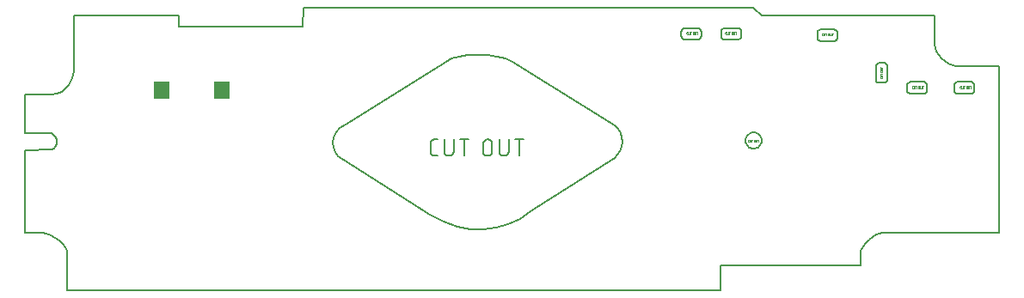
<source format=gbp>
G04 EAGLE Gerber RS-274X export*
G75*
%MOMM*%
%FSLAX34Y34*%
%LPD*%
%INSolder paste bottom*%
%IPPOS*%
%AMOC8*
5,1,8,0,0,1.08239X$1,22.5*%
G01*
%ADD10C,0.152400*%
%ADD11C,0.127000*%
%ADD12C,0.203200*%
%ADD13C,0.000000*%
%ADD14R,1.500000X1.800000*%


D10*
X937546Y229161D02*
X938245Y229175D01*
X979417Y229147D01*
X979417Y64431D01*
X864625Y64431D01*
X862110Y64004D01*
X858911Y62769D01*
X855342Y60789D01*
X851718Y58131D01*
X848352Y54860D01*
X845559Y51042D01*
X843653Y46742D01*
X842947Y42026D01*
X842947Y32137D01*
X705259Y32137D01*
X705259Y8048D01*
X62246Y8048D01*
X62246Y44093D01*
X61661Y47028D01*
X60017Y50299D01*
X57479Y53683D01*
X54211Y56954D01*
X50380Y59889D01*
X46151Y62263D01*
X41688Y63852D01*
X37157Y64431D01*
X20582Y64431D01*
X20582Y146244D01*
X46461Y146444D01*
X48726Y147667D01*
X50340Y149584D01*
X51304Y151962D01*
X51620Y154567D01*
X51292Y157166D01*
X50321Y159525D01*
X48710Y161410D01*
X46461Y162589D01*
X20582Y162627D01*
D11*
X20582Y200900D01*
D10*
X46461Y200900D01*
X51954Y201629D01*
X56614Y203653D01*
X60472Y206724D01*
X63559Y210596D01*
X65906Y215020D01*
X67544Y219752D01*
X68505Y224543D01*
X68818Y229147D01*
X68818Y278772D01*
D12*
X171616Y278772D01*
D10*
X171616Y267473D01*
X294142Y267557D01*
X294805Y286363D01*
X737652Y286663D01*
X745760Y278772D01*
X916056Y278772D01*
X916116Y250125D01*
X916704Y247043D01*
X918137Y243643D01*
X920291Y240151D01*
X923042Y236790D01*
X926267Y233785D01*
X929842Y231363D01*
X933643Y229746D01*
X937546Y229161D01*
X739426Y163325D02*
X737814Y163488D01*
X739426Y163325D02*
X740928Y162859D01*
X742287Y162122D01*
X743471Y161145D01*
X744448Y159961D01*
X745185Y158602D01*
X745651Y157100D01*
X745814Y155488D01*
X745651Y153876D01*
X745185Y152374D01*
X744448Y151015D01*
X743471Y149831D01*
X742287Y148854D01*
X740928Y148117D01*
X739426Y147651D01*
X737814Y147488D01*
X736202Y147651D01*
X734700Y148117D01*
X733341Y148854D01*
X732157Y149831D01*
X731180Y151015D01*
X730443Y152374D01*
X729977Y153876D01*
X729814Y155488D01*
X729977Y157100D01*
X730443Y158602D01*
X731180Y159961D01*
X732157Y161145D01*
X733341Y162122D01*
X734700Y162859D01*
X736202Y163325D01*
X737814Y163488D01*
X858183Y215721D02*
X858183Y228616D01*
X858251Y229284D01*
X858445Y229906D01*
X858752Y230471D01*
X859159Y230963D01*
X859651Y231370D01*
X860216Y231677D01*
X860838Y231871D01*
X861506Y231939D01*
X866291Y231939D01*
X866959Y231871D01*
X867582Y231677D01*
X868146Y231370D01*
X868639Y230963D01*
X869046Y230471D01*
X869353Y229906D01*
X869547Y229284D01*
X869615Y228616D01*
X869615Y215721D01*
X869547Y215054D01*
X869353Y214431D01*
X869046Y213867D01*
X868639Y213375D01*
X868146Y212968D01*
X867582Y212661D01*
X866959Y212467D01*
X866291Y212399D01*
X861506Y212399D01*
X860838Y212467D01*
X860216Y212661D01*
X859651Y212968D01*
X859159Y213375D01*
X858752Y213867D01*
X858445Y214431D01*
X858251Y215054D01*
X858183Y215721D01*
X892465Y213299D02*
X905359Y213299D01*
X906027Y213231D01*
X906649Y213037D01*
X907214Y212729D01*
X907706Y212323D01*
X908113Y211830D01*
X908420Y211266D01*
X908614Y210643D01*
X908682Y209976D01*
X908682Y205190D01*
X908614Y204522D01*
X908420Y203899D01*
X908113Y203335D01*
X907706Y202842D01*
X907214Y202435D01*
X906649Y202128D01*
X906027Y201934D01*
X905359Y201866D01*
X892465Y201866D01*
X891797Y201934D01*
X891175Y202128D01*
X890610Y202435D01*
X890118Y202842D01*
X889711Y203335D01*
X889404Y203899D01*
X889210Y204522D01*
X889142Y205190D01*
X889142Y209976D01*
X889210Y210643D01*
X889404Y211266D01*
X889711Y211830D01*
X890118Y212323D01*
X890610Y212729D01*
X891175Y213037D01*
X891797Y213231D01*
X892465Y213299D01*
X939007Y213299D02*
X951902Y213299D01*
X952569Y213231D01*
X953192Y213037D01*
X953756Y212729D01*
X954248Y212323D01*
X954655Y211830D01*
X954962Y211266D01*
X955156Y210643D01*
X955224Y209976D01*
X955224Y205190D01*
X955156Y204522D01*
X954962Y203899D01*
X954655Y203335D01*
X954248Y202842D01*
X953756Y202435D01*
X953192Y202128D01*
X952569Y201934D01*
X951902Y201866D01*
X939007Y201866D01*
X938339Y201934D01*
X937717Y202128D01*
X937152Y202435D01*
X936660Y202842D01*
X936253Y203335D01*
X935946Y203899D01*
X935752Y204522D01*
X935684Y205190D01*
X935684Y209976D01*
X935752Y210643D01*
X935946Y211266D01*
X936253Y211830D01*
X936660Y212323D01*
X937152Y212729D01*
X937717Y213037D01*
X938339Y213231D01*
X939007Y213299D01*
X817045Y265110D02*
X804150Y265110D01*
X817045Y265110D02*
X817713Y265042D01*
X818335Y264848D01*
X818900Y264541D01*
X819392Y264134D01*
X819799Y263642D01*
X820106Y263077D01*
X820300Y262455D01*
X820368Y261787D01*
X820368Y257001D01*
X820300Y256333D01*
X820106Y255711D01*
X819799Y255146D01*
X819392Y254654D01*
X818900Y254247D01*
X818335Y253940D01*
X817713Y253746D01*
X817045Y253678D01*
X804150Y253678D01*
X803483Y253746D01*
X802860Y253940D01*
X802296Y254247D01*
X801804Y254654D01*
X801397Y255146D01*
X801090Y255711D01*
X800896Y256333D01*
X800828Y257001D01*
X800828Y261787D01*
X800896Y262455D01*
X801090Y263077D01*
X801397Y263642D01*
X801804Y264134D01*
X802296Y264541D01*
X802860Y264848D01*
X803483Y265042D01*
X804150Y265110D01*
X722181Y266419D02*
X709286Y266419D01*
X722181Y266419D02*
X722849Y266351D01*
X723471Y266157D01*
X724036Y265850D01*
X724528Y265443D01*
X724935Y264951D01*
X725242Y264386D01*
X725436Y263764D01*
X725504Y263096D01*
X725504Y258310D01*
X725436Y257642D01*
X725242Y257019D01*
X724935Y256455D01*
X724528Y255962D01*
X724036Y255555D01*
X723471Y255248D01*
X722849Y255054D01*
X722181Y254986D01*
X709286Y254986D01*
X708619Y255054D01*
X707996Y255248D01*
X707432Y255555D01*
X706940Y255962D01*
X706533Y256455D01*
X706226Y257019D01*
X706032Y257642D01*
X705964Y258310D01*
X705964Y263096D01*
X706032Y263764D01*
X706226Y264386D01*
X706533Y264951D01*
X706940Y265443D01*
X707432Y265850D01*
X707996Y266157D01*
X708619Y266351D01*
X709286Y266419D01*
X682994Y266419D02*
X670100Y266419D01*
X682994Y266419D02*
X683662Y266351D01*
X684284Y266157D01*
X684849Y265850D01*
X685341Y265443D01*
X685748Y264951D01*
X686055Y264386D01*
X686249Y263764D01*
X686317Y263096D01*
X686317Y258310D01*
X686249Y257642D01*
X686055Y257019D01*
X685748Y256455D01*
X685341Y255962D01*
X684849Y255555D01*
X684284Y255248D01*
X683662Y255054D01*
X682994Y254986D01*
X670100Y254986D01*
X669432Y255054D01*
X668810Y255248D01*
X668245Y255555D01*
X667753Y255962D01*
X667346Y256455D01*
X667039Y257019D01*
X666845Y257642D01*
X666777Y258310D01*
X666777Y263096D01*
X666845Y263764D01*
X667039Y264386D01*
X667346Y264951D01*
X667753Y265443D01*
X668245Y265850D01*
X668810Y266157D01*
X669432Y266351D01*
X670100Y266419D01*
X435544Y233391D02*
X335808Y171521D01*
X435544Y233391D02*
X440692Y236252D01*
X447999Y238356D01*
X456803Y239672D01*
X466443Y240170D01*
X476258Y239821D01*
X485585Y238595D01*
X493764Y236462D01*
X500134Y233391D01*
X601057Y170338D01*
X604673Y167047D01*
X607025Y163106D01*
X608233Y158739D01*
X608412Y154167D01*
X607682Y149615D01*
X606161Y145305D01*
X603965Y141461D01*
X601213Y138305D01*
X518393Y85697D01*
X507700Y78565D01*
X496313Y73177D01*
X484336Y69624D01*
X471875Y67994D01*
X459033Y68377D01*
X445916Y70863D01*
X432628Y75541D01*
X419273Y82501D01*
X332812Y137350D01*
X328912Y140354D01*
X326047Y144216D01*
X324309Y148687D01*
X323793Y153521D01*
X324592Y158468D01*
X326798Y163283D01*
X330506Y167716D01*
X335808Y171521D01*
X736253Y163334D02*
X737814Y163488D01*
X736253Y163334D02*
X734753Y162879D01*
X733369Y162140D01*
X732157Y161145D01*
X731162Y159933D01*
X730423Y158550D01*
X729968Y157049D01*
X729814Y155488D01*
X729968Y153927D01*
X730423Y152427D01*
X731162Y151043D01*
X732157Y149831D01*
X733369Y148836D01*
X734753Y148097D01*
X736253Y147642D01*
X737814Y147488D01*
X739375Y147642D01*
X740876Y148097D01*
X742259Y148836D01*
X743471Y149831D01*
X744466Y151043D01*
X745205Y152427D01*
X745660Y153927D01*
X745814Y155488D01*
X745660Y157049D01*
X745205Y158550D01*
X744466Y159933D01*
X743471Y161145D01*
X742259Y162140D01*
X740876Y162879D01*
X739375Y163334D01*
X737814Y163488D01*
X427087Y140462D02*
X423474Y140462D01*
X423356Y140464D01*
X423238Y140470D01*
X423120Y140479D01*
X423003Y140493D01*
X422886Y140510D01*
X422769Y140531D01*
X422654Y140556D01*
X422539Y140585D01*
X422425Y140618D01*
X422313Y140654D01*
X422202Y140694D01*
X422092Y140737D01*
X421983Y140784D01*
X421876Y140834D01*
X421771Y140889D01*
X421668Y140946D01*
X421567Y141007D01*
X421467Y141071D01*
X421370Y141138D01*
X421275Y141208D01*
X421183Y141282D01*
X421092Y141358D01*
X421005Y141438D01*
X420920Y141520D01*
X420838Y141605D01*
X420758Y141692D01*
X420682Y141783D01*
X420608Y141875D01*
X420538Y141970D01*
X420471Y142067D01*
X420407Y142167D01*
X420346Y142268D01*
X420289Y142371D01*
X420234Y142476D01*
X420184Y142583D01*
X420137Y142692D01*
X420094Y142802D01*
X420054Y142913D01*
X420018Y143025D01*
X419985Y143139D01*
X419956Y143254D01*
X419931Y143369D01*
X419910Y143486D01*
X419893Y143603D01*
X419879Y143720D01*
X419870Y143838D01*
X419864Y143956D01*
X419862Y144074D01*
X419862Y153106D01*
X419864Y153224D01*
X419870Y153342D01*
X419879Y153460D01*
X419893Y153577D01*
X419910Y153694D01*
X419931Y153811D01*
X419956Y153926D01*
X419985Y154041D01*
X420018Y154155D01*
X420054Y154267D01*
X420094Y154378D01*
X420137Y154488D01*
X420184Y154597D01*
X420234Y154704D01*
X420288Y154809D01*
X420346Y154912D01*
X420407Y155013D01*
X420471Y155113D01*
X420538Y155210D01*
X420608Y155305D01*
X420682Y155397D01*
X420758Y155488D01*
X420838Y155575D01*
X420920Y155660D01*
X421005Y155742D01*
X421092Y155822D01*
X421183Y155898D01*
X421275Y155972D01*
X421370Y156042D01*
X421467Y156109D01*
X421567Y156173D01*
X421668Y156234D01*
X421771Y156291D01*
X421876Y156345D01*
X421983Y156396D01*
X422092Y156443D01*
X422202Y156486D01*
X422313Y156526D01*
X422425Y156562D01*
X422539Y156595D01*
X422654Y156624D01*
X422769Y156649D01*
X422886Y156670D01*
X423003Y156687D01*
X423120Y156701D01*
X423238Y156710D01*
X423356Y156716D01*
X423474Y156718D01*
X427087Y156718D01*
X433449Y156718D02*
X433449Y144978D01*
X433448Y144978D02*
X433450Y144845D01*
X433456Y144713D01*
X433466Y144581D01*
X433479Y144449D01*
X433497Y144317D01*
X433518Y144187D01*
X433543Y144056D01*
X433572Y143927D01*
X433605Y143799D01*
X433641Y143671D01*
X433681Y143545D01*
X433725Y143420D01*
X433773Y143296D01*
X433824Y143174D01*
X433879Y143053D01*
X433937Y142934D01*
X433999Y142816D01*
X434064Y142701D01*
X434133Y142587D01*
X434204Y142476D01*
X434280Y142367D01*
X434358Y142260D01*
X434439Y142155D01*
X434524Y142053D01*
X434611Y141953D01*
X434701Y141856D01*
X434794Y141761D01*
X434890Y141670D01*
X434988Y141581D01*
X435089Y141495D01*
X435193Y141412D01*
X435299Y141332D01*
X435407Y141256D01*
X435517Y141182D01*
X435630Y141112D01*
X435744Y141045D01*
X435861Y140982D01*
X435979Y140922D01*
X436099Y140865D01*
X436221Y140812D01*
X436344Y140763D01*
X436468Y140717D01*
X436594Y140675D01*
X436721Y140637D01*
X436849Y140602D01*
X436978Y140571D01*
X437107Y140544D01*
X437238Y140521D01*
X437369Y140501D01*
X437501Y140486D01*
X437633Y140474D01*
X437765Y140466D01*
X437898Y140462D01*
X438030Y140462D01*
X438163Y140466D01*
X438295Y140474D01*
X438427Y140486D01*
X438559Y140501D01*
X438690Y140521D01*
X438821Y140544D01*
X438950Y140571D01*
X439079Y140602D01*
X439207Y140637D01*
X439334Y140675D01*
X439460Y140717D01*
X439584Y140763D01*
X439707Y140812D01*
X439829Y140865D01*
X439949Y140922D01*
X440067Y140982D01*
X440184Y141045D01*
X440298Y141112D01*
X440411Y141182D01*
X440521Y141256D01*
X440629Y141332D01*
X440735Y141412D01*
X440839Y141495D01*
X440940Y141581D01*
X441038Y141670D01*
X441134Y141761D01*
X441227Y141856D01*
X441317Y141953D01*
X441404Y142053D01*
X441489Y142155D01*
X441570Y142260D01*
X441648Y142367D01*
X441724Y142476D01*
X441795Y142587D01*
X441864Y142701D01*
X441929Y142816D01*
X441991Y142934D01*
X442049Y143053D01*
X442104Y143174D01*
X442155Y143296D01*
X442203Y143420D01*
X442247Y143545D01*
X442287Y143671D01*
X442323Y143799D01*
X442356Y143927D01*
X442385Y144056D01*
X442410Y144187D01*
X442431Y144317D01*
X442449Y144449D01*
X442462Y144581D01*
X442472Y144713D01*
X442478Y144845D01*
X442480Y144978D01*
X442480Y156718D01*
X453074Y156718D02*
X453074Y140462D01*
X448559Y156718D02*
X457590Y156718D01*
X471485Y152202D02*
X471485Y144978D01*
X471484Y152202D02*
X471486Y152335D01*
X471492Y152467D01*
X471502Y152599D01*
X471515Y152731D01*
X471533Y152863D01*
X471554Y152993D01*
X471579Y153124D01*
X471608Y153253D01*
X471641Y153381D01*
X471677Y153509D01*
X471717Y153635D01*
X471761Y153760D01*
X471809Y153884D01*
X471860Y154006D01*
X471915Y154127D01*
X471973Y154246D01*
X472035Y154364D01*
X472100Y154479D01*
X472169Y154593D01*
X472240Y154704D01*
X472316Y154813D01*
X472394Y154920D01*
X472475Y155025D01*
X472560Y155127D01*
X472647Y155227D01*
X472737Y155324D01*
X472830Y155419D01*
X472926Y155510D01*
X473024Y155599D01*
X473125Y155685D01*
X473229Y155768D01*
X473335Y155848D01*
X473443Y155924D01*
X473553Y155998D01*
X473666Y156068D01*
X473780Y156135D01*
X473897Y156198D01*
X474015Y156258D01*
X474135Y156315D01*
X474257Y156368D01*
X474380Y156417D01*
X474504Y156463D01*
X474630Y156505D01*
X474757Y156543D01*
X474885Y156578D01*
X475014Y156609D01*
X475143Y156636D01*
X475274Y156659D01*
X475405Y156679D01*
X475537Y156694D01*
X475669Y156706D01*
X475801Y156714D01*
X475934Y156718D01*
X476066Y156718D01*
X476199Y156714D01*
X476331Y156706D01*
X476463Y156694D01*
X476595Y156679D01*
X476726Y156659D01*
X476857Y156636D01*
X476986Y156609D01*
X477115Y156578D01*
X477243Y156543D01*
X477370Y156505D01*
X477496Y156463D01*
X477620Y156417D01*
X477743Y156368D01*
X477865Y156315D01*
X477985Y156258D01*
X478103Y156198D01*
X478220Y156135D01*
X478334Y156068D01*
X478447Y155998D01*
X478557Y155924D01*
X478665Y155848D01*
X478771Y155768D01*
X478875Y155685D01*
X478976Y155599D01*
X479074Y155510D01*
X479170Y155419D01*
X479263Y155324D01*
X479353Y155227D01*
X479440Y155127D01*
X479525Y155025D01*
X479606Y154920D01*
X479684Y154813D01*
X479760Y154704D01*
X479831Y154593D01*
X479900Y154479D01*
X479965Y154364D01*
X480027Y154246D01*
X480085Y154127D01*
X480140Y154006D01*
X480191Y153884D01*
X480239Y153760D01*
X480283Y153635D01*
X480323Y153509D01*
X480359Y153381D01*
X480392Y153253D01*
X480421Y153124D01*
X480446Y152993D01*
X480467Y152863D01*
X480485Y152731D01*
X480498Y152599D01*
X480508Y152467D01*
X480514Y152335D01*
X480516Y152202D01*
X480516Y144978D01*
X480514Y144845D01*
X480508Y144713D01*
X480498Y144581D01*
X480485Y144449D01*
X480467Y144317D01*
X480446Y144187D01*
X480421Y144056D01*
X480392Y143927D01*
X480359Y143799D01*
X480323Y143671D01*
X480283Y143545D01*
X480239Y143420D01*
X480191Y143296D01*
X480140Y143174D01*
X480085Y143053D01*
X480027Y142934D01*
X479965Y142816D01*
X479900Y142701D01*
X479831Y142587D01*
X479760Y142476D01*
X479684Y142367D01*
X479606Y142260D01*
X479525Y142155D01*
X479440Y142053D01*
X479353Y141953D01*
X479263Y141856D01*
X479170Y141761D01*
X479074Y141670D01*
X478976Y141581D01*
X478875Y141495D01*
X478771Y141412D01*
X478665Y141332D01*
X478557Y141256D01*
X478447Y141182D01*
X478334Y141112D01*
X478220Y141045D01*
X478103Y140982D01*
X477985Y140922D01*
X477865Y140865D01*
X477743Y140812D01*
X477620Y140763D01*
X477496Y140717D01*
X477370Y140675D01*
X477243Y140637D01*
X477115Y140602D01*
X476986Y140571D01*
X476857Y140544D01*
X476726Y140521D01*
X476595Y140501D01*
X476463Y140486D01*
X476331Y140474D01*
X476199Y140466D01*
X476066Y140462D01*
X475934Y140462D01*
X475801Y140466D01*
X475669Y140474D01*
X475537Y140486D01*
X475405Y140501D01*
X475274Y140521D01*
X475143Y140544D01*
X475014Y140571D01*
X474885Y140602D01*
X474757Y140637D01*
X474630Y140675D01*
X474504Y140717D01*
X474380Y140763D01*
X474257Y140812D01*
X474135Y140865D01*
X474015Y140922D01*
X473897Y140982D01*
X473780Y141045D01*
X473666Y141112D01*
X473553Y141182D01*
X473443Y141256D01*
X473335Y141332D01*
X473229Y141412D01*
X473125Y141495D01*
X473024Y141581D01*
X472926Y141670D01*
X472830Y141761D01*
X472737Y141856D01*
X472647Y141953D01*
X472560Y142053D01*
X472475Y142155D01*
X472394Y142260D01*
X472316Y142367D01*
X472240Y142476D01*
X472169Y142587D01*
X472100Y142701D01*
X472035Y142816D01*
X471973Y142934D01*
X471915Y143053D01*
X471860Y143174D01*
X471809Y143296D01*
X471761Y143420D01*
X471717Y143545D01*
X471677Y143671D01*
X471641Y143799D01*
X471608Y143927D01*
X471579Y144056D01*
X471554Y144187D01*
X471533Y144317D01*
X471515Y144449D01*
X471502Y144581D01*
X471492Y144713D01*
X471486Y144845D01*
X471484Y144978D01*
X487637Y144978D02*
X487637Y156718D01*
X487636Y144978D02*
X487638Y144845D01*
X487644Y144713D01*
X487654Y144581D01*
X487667Y144449D01*
X487685Y144317D01*
X487706Y144187D01*
X487731Y144056D01*
X487760Y143927D01*
X487793Y143799D01*
X487829Y143671D01*
X487869Y143545D01*
X487913Y143420D01*
X487961Y143296D01*
X488012Y143174D01*
X488067Y143053D01*
X488125Y142934D01*
X488187Y142816D01*
X488252Y142701D01*
X488321Y142587D01*
X488392Y142476D01*
X488468Y142367D01*
X488546Y142260D01*
X488627Y142155D01*
X488712Y142053D01*
X488799Y141953D01*
X488889Y141856D01*
X488982Y141761D01*
X489078Y141670D01*
X489176Y141581D01*
X489277Y141495D01*
X489381Y141412D01*
X489487Y141332D01*
X489595Y141256D01*
X489705Y141182D01*
X489818Y141112D01*
X489932Y141045D01*
X490049Y140982D01*
X490167Y140922D01*
X490287Y140865D01*
X490409Y140812D01*
X490532Y140763D01*
X490656Y140717D01*
X490782Y140675D01*
X490909Y140637D01*
X491037Y140602D01*
X491166Y140571D01*
X491295Y140544D01*
X491426Y140521D01*
X491557Y140501D01*
X491689Y140486D01*
X491821Y140474D01*
X491953Y140466D01*
X492086Y140462D01*
X492218Y140462D01*
X492351Y140466D01*
X492483Y140474D01*
X492615Y140486D01*
X492747Y140501D01*
X492878Y140521D01*
X493009Y140544D01*
X493138Y140571D01*
X493267Y140602D01*
X493395Y140637D01*
X493522Y140675D01*
X493648Y140717D01*
X493772Y140763D01*
X493895Y140812D01*
X494017Y140865D01*
X494137Y140922D01*
X494255Y140982D01*
X494372Y141045D01*
X494486Y141112D01*
X494599Y141182D01*
X494709Y141256D01*
X494817Y141332D01*
X494923Y141412D01*
X495027Y141495D01*
X495128Y141581D01*
X495226Y141670D01*
X495322Y141761D01*
X495415Y141856D01*
X495505Y141953D01*
X495592Y142053D01*
X495677Y142155D01*
X495758Y142260D01*
X495836Y142367D01*
X495912Y142476D01*
X495983Y142587D01*
X496052Y142701D01*
X496117Y142816D01*
X496179Y142934D01*
X496237Y143053D01*
X496292Y143174D01*
X496343Y143296D01*
X496391Y143420D01*
X496435Y143545D01*
X496475Y143671D01*
X496511Y143799D01*
X496544Y143927D01*
X496573Y144056D01*
X496598Y144187D01*
X496619Y144317D01*
X496637Y144449D01*
X496650Y144581D01*
X496660Y144713D01*
X496666Y144845D01*
X496668Y144978D01*
X496668Y156718D01*
X507263Y156718D02*
X507263Y140462D01*
X502747Y156718D02*
X511778Y156718D01*
D13*
X894532Y207010D02*
X894983Y207010D01*
X894532Y207010D02*
X894490Y207012D01*
X894449Y207018D01*
X894408Y207027D01*
X894369Y207041D01*
X894331Y207057D01*
X894294Y207078D01*
X894260Y207101D01*
X894227Y207128D01*
X894198Y207157D01*
X894171Y207190D01*
X894148Y207224D01*
X894127Y207261D01*
X894111Y207299D01*
X894097Y207338D01*
X894088Y207379D01*
X894082Y207420D01*
X894080Y207462D01*
X894080Y208590D01*
X894082Y208632D01*
X894088Y208673D01*
X894097Y208714D01*
X894111Y208753D01*
X894127Y208791D01*
X894148Y208828D01*
X894171Y208862D01*
X894198Y208894D01*
X894227Y208924D01*
X894260Y208951D01*
X894294Y208974D01*
X894331Y208995D01*
X894369Y209011D01*
X894408Y209025D01*
X894449Y209034D01*
X894490Y209040D01*
X894532Y209042D01*
X894983Y209042D01*
X895668Y209042D02*
X895668Y207574D01*
X895670Y207527D01*
X895676Y207481D01*
X895685Y207436D01*
X895699Y207391D01*
X895716Y207347D01*
X895736Y207306D01*
X895760Y207266D01*
X895787Y207228D01*
X895817Y207192D01*
X895850Y207159D01*
X895886Y207129D01*
X895924Y207102D01*
X895964Y207078D01*
X896005Y207058D01*
X896049Y207041D01*
X896094Y207027D01*
X896139Y207018D01*
X896185Y207012D01*
X896232Y207010D01*
X896279Y207012D01*
X896325Y207018D01*
X896370Y207027D01*
X896415Y207041D01*
X896459Y207058D01*
X896500Y207078D01*
X896540Y207102D01*
X896578Y207129D01*
X896614Y207159D01*
X896647Y207192D01*
X896677Y207228D01*
X896704Y207266D01*
X896728Y207306D01*
X896748Y207347D01*
X896765Y207391D01*
X896779Y207436D01*
X896788Y207481D01*
X896794Y207527D01*
X896796Y207574D01*
X896796Y209042D01*
X898000Y209042D02*
X898000Y207010D01*
X898564Y209042D02*
X897435Y209042D01*
X900118Y208478D02*
X900118Y207574D01*
X900118Y208478D02*
X900120Y208525D01*
X900126Y208571D01*
X900135Y208616D01*
X900149Y208661D01*
X900166Y208705D01*
X900186Y208746D01*
X900210Y208786D01*
X900237Y208824D01*
X900267Y208860D01*
X900300Y208893D01*
X900336Y208923D01*
X900374Y208950D01*
X900414Y208974D01*
X900455Y208994D01*
X900499Y209011D01*
X900544Y209025D01*
X900589Y209034D01*
X900635Y209040D01*
X900682Y209042D01*
X900729Y209040D01*
X900775Y209034D01*
X900820Y209025D01*
X900865Y209011D01*
X900909Y208994D01*
X900950Y208974D01*
X900990Y208950D01*
X901028Y208923D01*
X901064Y208893D01*
X901097Y208860D01*
X901127Y208824D01*
X901154Y208786D01*
X901178Y208746D01*
X901198Y208705D01*
X901215Y208661D01*
X901229Y208616D01*
X901238Y208571D01*
X901244Y208525D01*
X901246Y208478D01*
X901246Y207574D01*
X901244Y207527D01*
X901238Y207481D01*
X901229Y207436D01*
X901215Y207391D01*
X901198Y207347D01*
X901178Y207306D01*
X901154Y207266D01*
X901127Y207228D01*
X901097Y207192D01*
X901064Y207159D01*
X901028Y207129D01*
X900990Y207102D01*
X900950Y207078D01*
X900909Y207058D01*
X900865Y207041D01*
X900820Y207027D01*
X900775Y207018D01*
X900729Y207012D01*
X900682Y207010D01*
X900635Y207012D01*
X900589Y207018D01*
X900544Y207027D01*
X900499Y207041D01*
X900455Y207058D01*
X900414Y207078D01*
X900374Y207102D01*
X900336Y207129D01*
X900300Y207159D01*
X900267Y207192D01*
X900237Y207228D01*
X900210Y207266D01*
X900186Y207306D01*
X900166Y207347D01*
X900149Y207391D01*
X900135Y207436D01*
X900126Y207481D01*
X900120Y207527D01*
X900118Y207574D01*
X902007Y207574D02*
X902007Y209042D01*
X902008Y207574D02*
X902010Y207527D01*
X902016Y207481D01*
X902025Y207436D01*
X902039Y207391D01*
X902056Y207347D01*
X902076Y207306D01*
X902100Y207266D01*
X902127Y207228D01*
X902157Y207192D01*
X902190Y207159D01*
X902226Y207129D01*
X902264Y207102D01*
X902304Y207078D01*
X902345Y207058D01*
X902389Y207041D01*
X902434Y207027D01*
X902479Y207018D01*
X902525Y207012D01*
X902572Y207010D01*
X902619Y207012D01*
X902665Y207018D01*
X902710Y207027D01*
X902755Y207041D01*
X902799Y207058D01*
X902840Y207078D01*
X902880Y207102D01*
X902918Y207129D01*
X902954Y207159D01*
X902987Y207192D01*
X903017Y207228D01*
X903044Y207266D01*
X903068Y207306D01*
X903088Y207347D01*
X903105Y207391D01*
X903119Y207436D01*
X903128Y207481D01*
X903134Y207527D01*
X903136Y207574D01*
X903136Y209042D01*
X904340Y209042D02*
X904340Y207010D01*
X904904Y209042D02*
X903775Y209042D01*
X941522Y207010D02*
X941973Y207010D01*
X941522Y207010D02*
X941480Y207012D01*
X941439Y207018D01*
X941398Y207027D01*
X941359Y207041D01*
X941321Y207057D01*
X941284Y207078D01*
X941250Y207101D01*
X941217Y207128D01*
X941188Y207157D01*
X941161Y207190D01*
X941138Y207224D01*
X941117Y207261D01*
X941101Y207299D01*
X941087Y207338D01*
X941078Y207379D01*
X941072Y207420D01*
X941070Y207462D01*
X941070Y208590D01*
X941072Y208632D01*
X941078Y208673D01*
X941087Y208714D01*
X941101Y208753D01*
X941117Y208791D01*
X941138Y208828D01*
X941161Y208862D01*
X941188Y208894D01*
X941217Y208924D01*
X941250Y208951D01*
X941284Y208974D01*
X941321Y208995D01*
X941359Y209011D01*
X941398Y209025D01*
X941439Y209034D01*
X941480Y209040D01*
X941522Y209042D01*
X941973Y209042D01*
X942658Y209042D02*
X942658Y207574D01*
X942660Y207527D01*
X942666Y207481D01*
X942675Y207436D01*
X942689Y207391D01*
X942706Y207347D01*
X942726Y207306D01*
X942750Y207266D01*
X942777Y207228D01*
X942807Y207192D01*
X942840Y207159D01*
X942876Y207129D01*
X942914Y207102D01*
X942954Y207078D01*
X942995Y207058D01*
X943039Y207041D01*
X943084Y207027D01*
X943129Y207018D01*
X943175Y207012D01*
X943222Y207010D01*
X943269Y207012D01*
X943315Y207018D01*
X943360Y207027D01*
X943405Y207041D01*
X943449Y207058D01*
X943490Y207078D01*
X943530Y207102D01*
X943568Y207129D01*
X943604Y207159D01*
X943637Y207192D01*
X943667Y207228D01*
X943694Y207266D01*
X943718Y207306D01*
X943738Y207347D01*
X943755Y207391D01*
X943769Y207436D01*
X943778Y207481D01*
X943784Y207527D01*
X943786Y207574D01*
X943786Y209042D01*
X944990Y209042D02*
X944990Y207010D01*
X945554Y209042D02*
X944425Y209042D01*
X947108Y208478D02*
X947108Y207574D01*
X947108Y208478D02*
X947110Y208525D01*
X947116Y208571D01*
X947125Y208616D01*
X947139Y208661D01*
X947156Y208705D01*
X947176Y208746D01*
X947200Y208786D01*
X947227Y208824D01*
X947257Y208860D01*
X947290Y208893D01*
X947326Y208923D01*
X947364Y208950D01*
X947404Y208974D01*
X947445Y208994D01*
X947489Y209011D01*
X947534Y209025D01*
X947579Y209034D01*
X947625Y209040D01*
X947672Y209042D01*
X947719Y209040D01*
X947765Y209034D01*
X947810Y209025D01*
X947855Y209011D01*
X947899Y208994D01*
X947940Y208974D01*
X947980Y208950D01*
X948018Y208923D01*
X948054Y208893D01*
X948087Y208860D01*
X948117Y208824D01*
X948144Y208786D01*
X948168Y208746D01*
X948188Y208705D01*
X948205Y208661D01*
X948219Y208616D01*
X948228Y208571D01*
X948234Y208525D01*
X948236Y208478D01*
X948236Y207574D01*
X948234Y207527D01*
X948228Y207481D01*
X948219Y207436D01*
X948205Y207391D01*
X948188Y207347D01*
X948168Y207306D01*
X948144Y207266D01*
X948117Y207228D01*
X948087Y207192D01*
X948054Y207159D01*
X948018Y207129D01*
X947980Y207102D01*
X947940Y207078D01*
X947899Y207058D01*
X947855Y207041D01*
X947810Y207027D01*
X947765Y207018D01*
X947719Y207012D01*
X947672Y207010D01*
X947625Y207012D01*
X947579Y207018D01*
X947534Y207027D01*
X947489Y207041D01*
X947445Y207058D01*
X947404Y207078D01*
X947364Y207102D01*
X947326Y207129D01*
X947290Y207159D01*
X947257Y207192D01*
X947227Y207228D01*
X947200Y207266D01*
X947176Y207306D01*
X947156Y207347D01*
X947139Y207391D01*
X947125Y207436D01*
X947116Y207481D01*
X947110Y207527D01*
X947108Y207574D01*
X948997Y207574D02*
X948997Y209042D01*
X948998Y207574D02*
X949000Y207527D01*
X949006Y207481D01*
X949015Y207436D01*
X949029Y207391D01*
X949046Y207347D01*
X949066Y207306D01*
X949090Y207266D01*
X949117Y207228D01*
X949147Y207192D01*
X949180Y207159D01*
X949216Y207129D01*
X949254Y207102D01*
X949294Y207078D01*
X949335Y207058D01*
X949379Y207041D01*
X949424Y207027D01*
X949469Y207018D01*
X949515Y207012D01*
X949562Y207010D01*
X949609Y207012D01*
X949655Y207018D01*
X949700Y207027D01*
X949745Y207041D01*
X949789Y207058D01*
X949830Y207078D01*
X949870Y207102D01*
X949908Y207129D01*
X949944Y207159D01*
X949977Y207192D01*
X950007Y207228D01*
X950034Y207266D01*
X950058Y207306D01*
X950078Y207347D01*
X950095Y207391D01*
X950109Y207436D01*
X950118Y207481D01*
X950124Y207527D01*
X950126Y207574D01*
X950126Y209042D01*
X951330Y209042D02*
X951330Y207010D01*
X951894Y209042D02*
X950765Y209042D01*
X806083Y259080D02*
X805632Y259080D01*
X805590Y259082D01*
X805549Y259088D01*
X805508Y259097D01*
X805469Y259111D01*
X805431Y259127D01*
X805394Y259148D01*
X805360Y259171D01*
X805327Y259198D01*
X805298Y259227D01*
X805271Y259260D01*
X805248Y259294D01*
X805227Y259331D01*
X805211Y259369D01*
X805197Y259408D01*
X805188Y259449D01*
X805182Y259490D01*
X805180Y259532D01*
X805180Y260660D01*
X805182Y260702D01*
X805188Y260743D01*
X805197Y260784D01*
X805211Y260823D01*
X805227Y260861D01*
X805248Y260898D01*
X805271Y260932D01*
X805298Y260964D01*
X805327Y260994D01*
X805360Y261021D01*
X805394Y261044D01*
X805431Y261065D01*
X805469Y261081D01*
X805508Y261095D01*
X805549Y261104D01*
X805590Y261110D01*
X805632Y261112D01*
X806083Y261112D01*
X806768Y261112D02*
X806768Y259644D01*
X806770Y259597D01*
X806776Y259551D01*
X806785Y259506D01*
X806799Y259461D01*
X806816Y259417D01*
X806836Y259376D01*
X806860Y259336D01*
X806887Y259298D01*
X806917Y259262D01*
X806950Y259229D01*
X806986Y259199D01*
X807024Y259172D01*
X807064Y259148D01*
X807105Y259128D01*
X807149Y259111D01*
X807194Y259097D01*
X807239Y259088D01*
X807285Y259082D01*
X807332Y259080D01*
X807379Y259082D01*
X807425Y259088D01*
X807470Y259097D01*
X807515Y259111D01*
X807559Y259128D01*
X807600Y259148D01*
X807640Y259172D01*
X807678Y259199D01*
X807714Y259229D01*
X807747Y259262D01*
X807777Y259298D01*
X807804Y259336D01*
X807828Y259376D01*
X807848Y259417D01*
X807865Y259461D01*
X807879Y259506D01*
X807888Y259551D01*
X807894Y259597D01*
X807896Y259644D01*
X807896Y261112D01*
X809100Y261112D02*
X809100Y259080D01*
X809664Y261112D02*
X808535Y261112D01*
X811218Y260548D02*
X811218Y259644D01*
X811218Y260548D02*
X811220Y260595D01*
X811226Y260641D01*
X811235Y260686D01*
X811249Y260731D01*
X811266Y260775D01*
X811286Y260816D01*
X811310Y260856D01*
X811337Y260894D01*
X811367Y260930D01*
X811400Y260963D01*
X811436Y260993D01*
X811474Y261020D01*
X811514Y261044D01*
X811555Y261064D01*
X811599Y261081D01*
X811644Y261095D01*
X811689Y261104D01*
X811735Y261110D01*
X811782Y261112D01*
X811829Y261110D01*
X811875Y261104D01*
X811920Y261095D01*
X811965Y261081D01*
X812009Y261064D01*
X812050Y261044D01*
X812090Y261020D01*
X812128Y260993D01*
X812164Y260963D01*
X812197Y260930D01*
X812227Y260894D01*
X812254Y260856D01*
X812278Y260816D01*
X812298Y260775D01*
X812315Y260731D01*
X812329Y260686D01*
X812338Y260641D01*
X812344Y260595D01*
X812346Y260548D01*
X812346Y259644D01*
X812344Y259597D01*
X812338Y259551D01*
X812329Y259506D01*
X812315Y259461D01*
X812298Y259417D01*
X812278Y259376D01*
X812254Y259336D01*
X812227Y259298D01*
X812197Y259262D01*
X812164Y259229D01*
X812128Y259199D01*
X812090Y259172D01*
X812050Y259148D01*
X812009Y259128D01*
X811965Y259111D01*
X811920Y259097D01*
X811875Y259088D01*
X811829Y259082D01*
X811782Y259080D01*
X811735Y259082D01*
X811689Y259088D01*
X811644Y259097D01*
X811599Y259111D01*
X811555Y259128D01*
X811514Y259148D01*
X811474Y259172D01*
X811436Y259199D01*
X811400Y259229D01*
X811367Y259262D01*
X811337Y259298D01*
X811310Y259336D01*
X811286Y259376D01*
X811266Y259417D01*
X811249Y259461D01*
X811235Y259506D01*
X811226Y259551D01*
X811220Y259597D01*
X811218Y259644D01*
X813107Y259644D02*
X813107Y261112D01*
X813108Y259644D02*
X813110Y259597D01*
X813116Y259551D01*
X813125Y259506D01*
X813139Y259461D01*
X813156Y259417D01*
X813176Y259376D01*
X813200Y259336D01*
X813227Y259298D01*
X813257Y259262D01*
X813290Y259229D01*
X813326Y259199D01*
X813364Y259172D01*
X813404Y259148D01*
X813445Y259128D01*
X813489Y259111D01*
X813534Y259097D01*
X813579Y259088D01*
X813625Y259082D01*
X813672Y259080D01*
X813719Y259082D01*
X813765Y259088D01*
X813810Y259097D01*
X813855Y259111D01*
X813899Y259128D01*
X813940Y259148D01*
X813980Y259172D01*
X814018Y259199D01*
X814054Y259229D01*
X814087Y259262D01*
X814117Y259298D01*
X814144Y259336D01*
X814168Y259376D01*
X814188Y259417D01*
X814205Y259461D01*
X814219Y259506D01*
X814228Y259551D01*
X814234Y259597D01*
X814236Y259644D01*
X814236Y261112D01*
X815440Y261112D02*
X815440Y259080D01*
X816004Y261112D02*
X814875Y261112D01*
X710833Y260350D02*
X710382Y260350D01*
X710340Y260352D01*
X710299Y260358D01*
X710258Y260367D01*
X710219Y260381D01*
X710181Y260397D01*
X710144Y260418D01*
X710110Y260441D01*
X710077Y260468D01*
X710048Y260497D01*
X710021Y260530D01*
X709998Y260564D01*
X709977Y260601D01*
X709961Y260639D01*
X709947Y260678D01*
X709938Y260719D01*
X709932Y260760D01*
X709930Y260802D01*
X709930Y261930D01*
X709932Y261972D01*
X709938Y262013D01*
X709947Y262054D01*
X709961Y262093D01*
X709977Y262131D01*
X709998Y262168D01*
X710021Y262202D01*
X710048Y262234D01*
X710077Y262264D01*
X710110Y262291D01*
X710144Y262314D01*
X710181Y262335D01*
X710219Y262351D01*
X710258Y262365D01*
X710299Y262374D01*
X710340Y262380D01*
X710382Y262382D01*
X710833Y262382D01*
X711518Y262382D02*
X711518Y260914D01*
X711520Y260867D01*
X711526Y260821D01*
X711535Y260776D01*
X711549Y260731D01*
X711566Y260687D01*
X711586Y260646D01*
X711610Y260606D01*
X711637Y260568D01*
X711667Y260532D01*
X711700Y260499D01*
X711736Y260469D01*
X711774Y260442D01*
X711814Y260418D01*
X711855Y260398D01*
X711899Y260381D01*
X711944Y260367D01*
X711989Y260358D01*
X712035Y260352D01*
X712082Y260350D01*
X712129Y260352D01*
X712175Y260358D01*
X712220Y260367D01*
X712265Y260381D01*
X712309Y260398D01*
X712350Y260418D01*
X712390Y260442D01*
X712428Y260469D01*
X712464Y260499D01*
X712497Y260532D01*
X712527Y260568D01*
X712554Y260606D01*
X712578Y260646D01*
X712598Y260687D01*
X712615Y260731D01*
X712629Y260776D01*
X712638Y260821D01*
X712644Y260867D01*
X712646Y260914D01*
X712646Y262382D01*
X713850Y262382D02*
X713850Y260350D01*
X714414Y262382D02*
X713285Y262382D01*
X715968Y261818D02*
X715968Y260914D01*
X715968Y261818D02*
X715970Y261865D01*
X715976Y261911D01*
X715985Y261956D01*
X715999Y262001D01*
X716016Y262045D01*
X716036Y262086D01*
X716060Y262126D01*
X716087Y262164D01*
X716117Y262200D01*
X716150Y262233D01*
X716186Y262263D01*
X716224Y262290D01*
X716264Y262314D01*
X716305Y262334D01*
X716349Y262351D01*
X716394Y262365D01*
X716439Y262374D01*
X716485Y262380D01*
X716532Y262382D01*
X716579Y262380D01*
X716625Y262374D01*
X716670Y262365D01*
X716715Y262351D01*
X716759Y262334D01*
X716800Y262314D01*
X716840Y262290D01*
X716878Y262263D01*
X716914Y262233D01*
X716947Y262200D01*
X716977Y262164D01*
X717004Y262126D01*
X717028Y262086D01*
X717048Y262045D01*
X717065Y262001D01*
X717079Y261956D01*
X717088Y261911D01*
X717094Y261865D01*
X717096Y261818D01*
X717096Y260914D01*
X717094Y260867D01*
X717088Y260821D01*
X717079Y260776D01*
X717065Y260731D01*
X717048Y260687D01*
X717028Y260646D01*
X717004Y260606D01*
X716977Y260568D01*
X716947Y260532D01*
X716914Y260499D01*
X716878Y260469D01*
X716840Y260442D01*
X716800Y260418D01*
X716759Y260398D01*
X716715Y260381D01*
X716670Y260367D01*
X716625Y260358D01*
X716579Y260352D01*
X716532Y260350D01*
X716485Y260352D01*
X716439Y260358D01*
X716394Y260367D01*
X716349Y260381D01*
X716305Y260398D01*
X716264Y260418D01*
X716224Y260442D01*
X716186Y260469D01*
X716150Y260499D01*
X716117Y260532D01*
X716087Y260568D01*
X716060Y260606D01*
X716036Y260646D01*
X716016Y260687D01*
X715999Y260731D01*
X715985Y260776D01*
X715976Y260821D01*
X715970Y260867D01*
X715968Y260914D01*
X717857Y260914D02*
X717857Y262382D01*
X717858Y260914D02*
X717860Y260867D01*
X717866Y260821D01*
X717875Y260776D01*
X717889Y260731D01*
X717906Y260687D01*
X717926Y260646D01*
X717950Y260606D01*
X717977Y260568D01*
X718007Y260532D01*
X718040Y260499D01*
X718076Y260469D01*
X718114Y260442D01*
X718154Y260418D01*
X718195Y260398D01*
X718239Y260381D01*
X718284Y260367D01*
X718329Y260358D01*
X718375Y260352D01*
X718422Y260350D01*
X718469Y260352D01*
X718515Y260358D01*
X718560Y260367D01*
X718605Y260381D01*
X718649Y260398D01*
X718690Y260418D01*
X718730Y260442D01*
X718768Y260469D01*
X718804Y260499D01*
X718837Y260532D01*
X718867Y260568D01*
X718894Y260606D01*
X718918Y260646D01*
X718938Y260687D01*
X718955Y260731D01*
X718969Y260776D01*
X718978Y260821D01*
X718984Y260867D01*
X718986Y260914D01*
X718986Y262382D01*
X720190Y262382D02*
X720190Y260350D01*
X720754Y262382D02*
X719625Y262382D01*
X672733Y260350D02*
X672282Y260350D01*
X672240Y260352D01*
X672199Y260358D01*
X672158Y260367D01*
X672119Y260381D01*
X672081Y260397D01*
X672044Y260418D01*
X672010Y260441D01*
X671977Y260468D01*
X671948Y260497D01*
X671921Y260530D01*
X671898Y260564D01*
X671877Y260601D01*
X671861Y260639D01*
X671847Y260678D01*
X671838Y260719D01*
X671832Y260760D01*
X671830Y260802D01*
X671830Y261930D01*
X671832Y261972D01*
X671838Y262013D01*
X671847Y262054D01*
X671861Y262093D01*
X671877Y262131D01*
X671898Y262168D01*
X671921Y262202D01*
X671948Y262234D01*
X671977Y262264D01*
X672010Y262291D01*
X672044Y262314D01*
X672081Y262335D01*
X672119Y262351D01*
X672158Y262365D01*
X672199Y262374D01*
X672240Y262380D01*
X672282Y262382D01*
X672733Y262382D01*
X673418Y262382D02*
X673418Y260914D01*
X673420Y260867D01*
X673426Y260821D01*
X673435Y260776D01*
X673449Y260731D01*
X673466Y260687D01*
X673486Y260646D01*
X673510Y260606D01*
X673537Y260568D01*
X673567Y260532D01*
X673600Y260499D01*
X673636Y260469D01*
X673674Y260442D01*
X673714Y260418D01*
X673755Y260398D01*
X673799Y260381D01*
X673844Y260367D01*
X673889Y260358D01*
X673935Y260352D01*
X673982Y260350D01*
X674029Y260352D01*
X674075Y260358D01*
X674120Y260367D01*
X674165Y260381D01*
X674209Y260398D01*
X674250Y260418D01*
X674290Y260442D01*
X674328Y260469D01*
X674364Y260499D01*
X674397Y260532D01*
X674427Y260568D01*
X674454Y260606D01*
X674478Y260646D01*
X674498Y260687D01*
X674515Y260731D01*
X674529Y260776D01*
X674538Y260821D01*
X674544Y260867D01*
X674546Y260914D01*
X674546Y262382D01*
X675750Y262382D02*
X675750Y260350D01*
X676314Y262382D02*
X675185Y262382D01*
X677868Y261818D02*
X677868Y260914D01*
X677868Y261818D02*
X677870Y261865D01*
X677876Y261911D01*
X677885Y261956D01*
X677899Y262001D01*
X677916Y262045D01*
X677936Y262086D01*
X677960Y262126D01*
X677987Y262164D01*
X678017Y262200D01*
X678050Y262233D01*
X678086Y262263D01*
X678124Y262290D01*
X678164Y262314D01*
X678205Y262334D01*
X678249Y262351D01*
X678294Y262365D01*
X678339Y262374D01*
X678385Y262380D01*
X678432Y262382D01*
X678479Y262380D01*
X678525Y262374D01*
X678570Y262365D01*
X678615Y262351D01*
X678659Y262334D01*
X678700Y262314D01*
X678740Y262290D01*
X678778Y262263D01*
X678814Y262233D01*
X678847Y262200D01*
X678877Y262164D01*
X678904Y262126D01*
X678928Y262086D01*
X678948Y262045D01*
X678965Y262001D01*
X678979Y261956D01*
X678988Y261911D01*
X678994Y261865D01*
X678996Y261818D01*
X678996Y260914D01*
X678994Y260867D01*
X678988Y260821D01*
X678979Y260776D01*
X678965Y260731D01*
X678948Y260687D01*
X678928Y260646D01*
X678904Y260606D01*
X678877Y260568D01*
X678847Y260532D01*
X678814Y260499D01*
X678778Y260469D01*
X678740Y260442D01*
X678700Y260418D01*
X678659Y260398D01*
X678615Y260381D01*
X678570Y260367D01*
X678525Y260358D01*
X678479Y260352D01*
X678432Y260350D01*
X678385Y260352D01*
X678339Y260358D01*
X678294Y260367D01*
X678249Y260381D01*
X678205Y260398D01*
X678164Y260418D01*
X678124Y260442D01*
X678086Y260469D01*
X678050Y260499D01*
X678017Y260532D01*
X677987Y260568D01*
X677960Y260606D01*
X677936Y260646D01*
X677916Y260687D01*
X677899Y260731D01*
X677885Y260776D01*
X677876Y260821D01*
X677870Y260867D01*
X677868Y260914D01*
X679757Y260914D02*
X679757Y262382D01*
X679758Y260914D02*
X679760Y260867D01*
X679766Y260821D01*
X679775Y260776D01*
X679789Y260731D01*
X679806Y260687D01*
X679826Y260646D01*
X679850Y260606D01*
X679877Y260568D01*
X679907Y260532D01*
X679940Y260499D01*
X679976Y260469D01*
X680014Y260442D01*
X680054Y260418D01*
X680095Y260398D01*
X680139Y260381D01*
X680184Y260367D01*
X680229Y260358D01*
X680275Y260352D01*
X680322Y260350D01*
X680369Y260352D01*
X680415Y260358D01*
X680460Y260367D01*
X680505Y260381D01*
X680549Y260398D01*
X680590Y260418D01*
X680630Y260442D01*
X680668Y260469D01*
X680704Y260499D01*
X680737Y260532D01*
X680767Y260568D01*
X680794Y260606D01*
X680818Y260646D01*
X680838Y260687D01*
X680855Y260731D01*
X680869Y260776D01*
X680878Y260821D01*
X680884Y260867D01*
X680886Y260914D01*
X680886Y262382D01*
X682090Y262382D02*
X682090Y260350D01*
X682654Y262382D02*
X681525Y262382D01*
X864870Y218073D02*
X864870Y217622D01*
X864868Y217580D01*
X864862Y217539D01*
X864853Y217498D01*
X864839Y217459D01*
X864823Y217421D01*
X864802Y217384D01*
X864779Y217350D01*
X864752Y217318D01*
X864723Y217288D01*
X864690Y217261D01*
X864656Y217238D01*
X864619Y217217D01*
X864581Y217201D01*
X864542Y217187D01*
X864501Y217178D01*
X864460Y217172D01*
X864418Y217170D01*
X863290Y217170D01*
X863248Y217172D01*
X863207Y217178D01*
X863166Y217187D01*
X863127Y217201D01*
X863089Y217217D01*
X863052Y217238D01*
X863018Y217261D01*
X862986Y217288D01*
X862956Y217317D01*
X862929Y217350D01*
X862906Y217384D01*
X862885Y217421D01*
X862869Y217459D01*
X862855Y217498D01*
X862846Y217539D01*
X862840Y217580D01*
X862838Y217622D01*
X862838Y218073D01*
X862838Y218758D02*
X864306Y218758D01*
X864353Y218760D01*
X864399Y218766D01*
X864444Y218775D01*
X864489Y218789D01*
X864533Y218806D01*
X864574Y218826D01*
X864614Y218850D01*
X864652Y218877D01*
X864688Y218907D01*
X864721Y218940D01*
X864751Y218976D01*
X864778Y219014D01*
X864802Y219054D01*
X864822Y219095D01*
X864839Y219139D01*
X864853Y219184D01*
X864862Y219229D01*
X864868Y219275D01*
X864870Y219322D01*
X864868Y219369D01*
X864862Y219415D01*
X864853Y219460D01*
X864839Y219505D01*
X864822Y219549D01*
X864802Y219590D01*
X864778Y219630D01*
X864751Y219668D01*
X864721Y219704D01*
X864688Y219737D01*
X864652Y219767D01*
X864614Y219794D01*
X864574Y219818D01*
X864533Y219838D01*
X864489Y219855D01*
X864444Y219869D01*
X864399Y219878D01*
X864353Y219884D01*
X864306Y219886D01*
X862838Y219886D01*
X862838Y221090D02*
X864870Y221090D01*
X862838Y221654D02*
X862838Y220525D01*
X863402Y223208D02*
X864306Y223208D01*
X863402Y223208D02*
X863355Y223210D01*
X863309Y223216D01*
X863264Y223225D01*
X863219Y223239D01*
X863175Y223256D01*
X863134Y223276D01*
X863094Y223300D01*
X863056Y223327D01*
X863020Y223357D01*
X862987Y223390D01*
X862957Y223426D01*
X862930Y223464D01*
X862906Y223504D01*
X862886Y223545D01*
X862869Y223589D01*
X862855Y223634D01*
X862846Y223679D01*
X862840Y223725D01*
X862838Y223772D01*
X862840Y223819D01*
X862846Y223865D01*
X862855Y223910D01*
X862869Y223955D01*
X862886Y223999D01*
X862906Y224040D01*
X862930Y224080D01*
X862957Y224118D01*
X862987Y224154D01*
X863020Y224187D01*
X863056Y224217D01*
X863094Y224244D01*
X863134Y224268D01*
X863175Y224288D01*
X863219Y224305D01*
X863264Y224319D01*
X863309Y224328D01*
X863355Y224334D01*
X863402Y224336D01*
X864306Y224336D01*
X864353Y224334D01*
X864399Y224328D01*
X864444Y224319D01*
X864489Y224305D01*
X864533Y224288D01*
X864574Y224268D01*
X864614Y224244D01*
X864652Y224217D01*
X864688Y224187D01*
X864721Y224154D01*
X864751Y224118D01*
X864778Y224080D01*
X864802Y224040D01*
X864822Y223999D01*
X864839Y223955D01*
X864853Y223910D01*
X864862Y223865D01*
X864868Y223819D01*
X864870Y223772D01*
X864868Y223725D01*
X864862Y223679D01*
X864853Y223634D01*
X864839Y223589D01*
X864822Y223545D01*
X864802Y223504D01*
X864778Y223464D01*
X864751Y223426D01*
X864721Y223390D01*
X864688Y223357D01*
X864652Y223327D01*
X864614Y223300D01*
X864574Y223276D01*
X864533Y223256D01*
X864489Y223239D01*
X864444Y223225D01*
X864399Y223216D01*
X864353Y223210D01*
X864306Y223208D01*
X864306Y225097D02*
X862838Y225097D01*
X864306Y225098D02*
X864353Y225100D01*
X864399Y225106D01*
X864444Y225115D01*
X864489Y225129D01*
X864533Y225146D01*
X864574Y225166D01*
X864614Y225190D01*
X864652Y225217D01*
X864688Y225247D01*
X864721Y225280D01*
X864751Y225316D01*
X864778Y225354D01*
X864802Y225394D01*
X864822Y225435D01*
X864839Y225479D01*
X864853Y225524D01*
X864862Y225569D01*
X864868Y225615D01*
X864870Y225662D01*
X864868Y225709D01*
X864862Y225755D01*
X864853Y225800D01*
X864839Y225845D01*
X864822Y225889D01*
X864802Y225930D01*
X864778Y225970D01*
X864751Y226008D01*
X864721Y226044D01*
X864688Y226077D01*
X864652Y226107D01*
X864614Y226134D01*
X864574Y226158D01*
X864533Y226178D01*
X864489Y226195D01*
X864444Y226209D01*
X864399Y226218D01*
X864353Y226224D01*
X864306Y226226D01*
X862838Y226226D01*
X862838Y227430D02*
X864870Y227430D01*
X862838Y227994D02*
X862838Y226865D01*
X733029Y154178D02*
X732578Y154178D01*
X732536Y154180D01*
X732495Y154186D01*
X732454Y154195D01*
X732415Y154209D01*
X732377Y154225D01*
X732340Y154246D01*
X732306Y154269D01*
X732273Y154296D01*
X732244Y154325D01*
X732217Y154358D01*
X732194Y154392D01*
X732173Y154429D01*
X732157Y154467D01*
X732143Y154506D01*
X732134Y154547D01*
X732128Y154588D01*
X732126Y154630D01*
X732126Y155758D01*
X732128Y155800D01*
X732134Y155841D01*
X732143Y155882D01*
X732157Y155921D01*
X732173Y155959D01*
X732194Y155996D01*
X732217Y156030D01*
X732244Y156062D01*
X732273Y156092D01*
X732306Y156119D01*
X732340Y156142D01*
X732377Y156163D01*
X732415Y156179D01*
X732454Y156193D01*
X732495Y156202D01*
X732536Y156208D01*
X732578Y156210D01*
X733029Y156210D01*
X733714Y156210D02*
X733714Y154742D01*
X733716Y154695D01*
X733722Y154649D01*
X733731Y154604D01*
X733745Y154559D01*
X733762Y154515D01*
X733782Y154474D01*
X733806Y154434D01*
X733833Y154396D01*
X733863Y154360D01*
X733896Y154327D01*
X733932Y154297D01*
X733970Y154270D01*
X734010Y154246D01*
X734051Y154226D01*
X734095Y154209D01*
X734140Y154195D01*
X734185Y154186D01*
X734231Y154180D01*
X734278Y154178D01*
X734325Y154180D01*
X734371Y154186D01*
X734416Y154195D01*
X734461Y154209D01*
X734505Y154226D01*
X734546Y154246D01*
X734586Y154270D01*
X734624Y154297D01*
X734660Y154327D01*
X734693Y154360D01*
X734723Y154396D01*
X734750Y154434D01*
X734774Y154474D01*
X734794Y154515D01*
X734811Y154559D01*
X734825Y154604D01*
X734834Y154649D01*
X734840Y154695D01*
X734842Y154742D01*
X734842Y156210D01*
X736046Y156210D02*
X736046Y154178D01*
X736610Y156210D02*
X735481Y156210D01*
X738164Y155646D02*
X738164Y154742D01*
X738164Y155646D02*
X738166Y155693D01*
X738172Y155739D01*
X738181Y155784D01*
X738195Y155829D01*
X738212Y155873D01*
X738232Y155914D01*
X738256Y155954D01*
X738283Y155992D01*
X738313Y156028D01*
X738346Y156061D01*
X738382Y156091D01*
X738420Y156118D01*
X738460Y156142D01*
X738501Y156162D01*
X738545Y156179D01*
X738590Y156193D01*
X738635Y156202D01*
X738681Y156208D01*
X738728Y156210D01*
X738775Y156208D01*
X738821Y156202D01*
X738866Y156193D01*
X738911Y156179D01*
X738955Y156162D01*
X738996Y156142D01*
X739036Y156118D01*
X739074Y156091D01*
X739110Y156061D01*
X739143Y156028D01*
X739173Y155992D01*
X739200Y155954D01*
X739224Y155914D01*
X739244Y155873D01*
X739261Y155829D01*
X739275Y155784D01*
X739284Y155739D01*
X739290Y155693D01*
X739292Y155646D01*
X739292Y154742D01*
X739290Y154695D01*
X739284Y154649D01*
X739275Y154604D01*
X739261Y154559D01*
X739244Y154515D01*
X739224Y154474D01*
X739200Y154434D01*
X739173Y154396D01*
X739143Y154360D01*
X739110Y154327D01*
X739074Y154297D01*
X739036Y154270D01*
X738996Y154246D01*
X738955Y154226D01*
X738911Y154209D01*
X738866Y154195D01*
X738821Y154186D01*
X738775Y154180D01*
X738728Y154178D01*
X738681Y154180D01*
X738635Y154186D01*
X738590Y154195D01*
X738545Y154209D01*
X738501Y154226D01*
X738460Y154246D01*
X738420Y154270D01*
X738382Y154297D01*
X738346Y154327D01*
X738313Y154360D01*
X738283Y154396D01*
X738256Y154434D01*
X738232Y154474D01*
X738212Y154515D01*
X738195Y154559D01*
X738181Y154604D01*
X738172Y154649D01*
X738166Y154695D01*
X738164Y154742D01*
X740053Y154742D02*
X740053Y156210D01*
X740054Y154742D02*
X740056Y154695D01*
X740062Y154649D01*
X740071Y154604D01*
X740085Y154559D01*
X740102Y154515D01*
X740122Y154474D01*
X740146Y154434D01*
X740173Y154396D01*
X740203Y154360D01*
X740236Y154327D01*
X740272Y154297D01*
X740310Y154270D01*
X740350Y154246D01*
X740391Y154226D01*
X740435Y154209D01*
X740480Y154195D01*
X740525Y154186D01*
X740571Y154180D01*
X740618Y154178D01*
X740665Y154180D01*
X740711Y154186D01*
X740756Y154195D01*
X740801Y154209D01*
X740845Y154226D01*
X740886Y154246D01*
X740926Y154270D01*
X740964Y154297D01*
X741000Y154327D01*
X741033Y154360D01*
X741063Y154396D01*
X741090Y154434D01*
X741114Y154474D01*
X741134Y154515D01*
X741151Y154559D01*
X741165Y154604D01*
X741174Y154649D01*
X741180Y154695D01*
X741182Y154742D01*
X741182Y156210D01*
X742386Y156210D02*
X742386Y154178D01*
X742950Y156210D02*
X741821Y156210D01*
D14*
X154900Y205500D03*
X213900Y205500D03*
M02*

</source>
